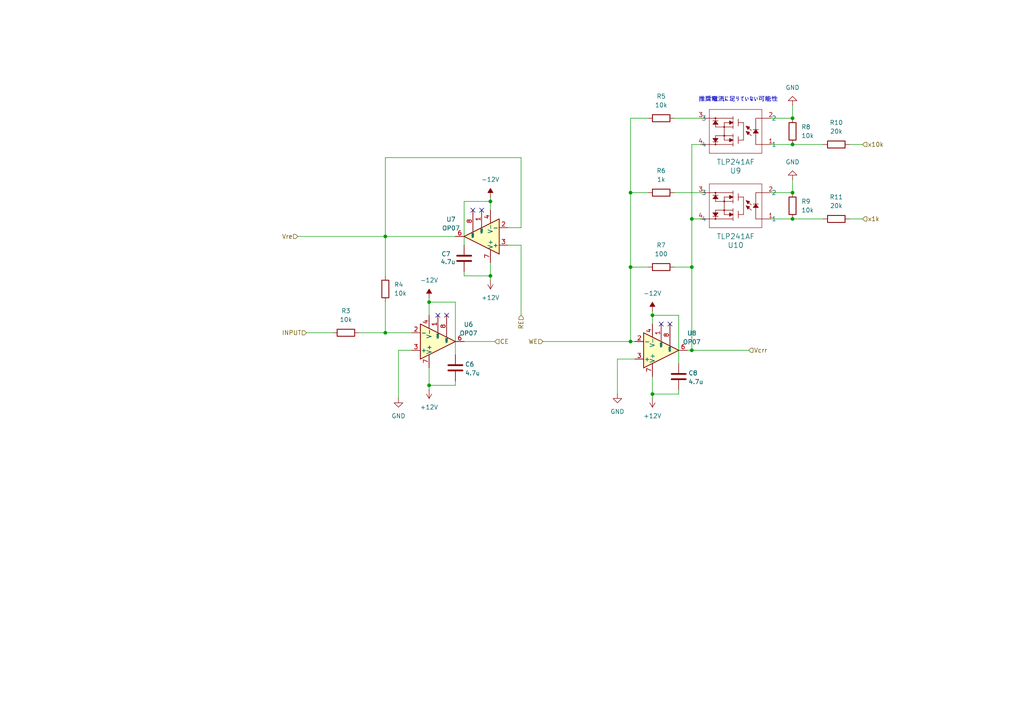
<source format=kicad_sch>
(kicad_sch (version 20250114) (generator "eeschema") (generator_version "9.0")
  (paper "A4")
  (lib_symbols
    (symbol "2025-06-01_06-39-10:TLP241AF" (pin_names (offset 0.254))
      (property "Reference" "U" (at 0 0 0))
      (property "Value" "TLP241AF" (at 0 0 0))
      (symbol "TLP241AF_0_1"
        (polyline (pts (xy -2.54 -2.54) (xy 0 -2.54)))
        (polyline (pts (xy -2.54 -10.16) (xy 0 -10.16)))
        (polyline (pts (xy 0 0) (xy 15.24 0)) (stroke (width 0.127)))
        (polyline (pts (xy 0 -12.7) (xy 0 0)) (stroke (width 0.127)))
        (polyline (pts (xy 1.016 -5.842) (xy 1.016 -5.842) (xy 2.54 -5.842) (xy 1.778 -6.858) (xy 1.016 -5.842)) (fill (type outline)))
        (polyline (pts (xy 1.016 -6.858) (xy 2.54 -6.858)))
        (polyline (pts (xy 1.778 -2.54) (xy 0 -2.54)))
        (polyline (pts (xy 1.778 -2.54) (xy 1.778 -5.842)))
        (polyline (pts (xy 1.778 -10.16) (xy 0 -10.16)))
        (polyline (pts (xy 1.778 -10.16) (xy 1.778 -6.858)))
        (polyline (pts (xy 4.572 -6.35) (xy 3.048 -5.08)))
        (polyline (pts (xy 4.572 -6.35) (xy 4.572 -6.35) (xy 4.064 -5.334) (xy 3.556 -6.096) (xy 4.572 -6.35)) (fill (type outline)))
        (polyline (pts (xy 4.572 -7.874) (xy 3.048 -6.604)))
        (polyline (pts (xy 4.572 -7.874) (xy 4.572 -7.874) (xy 4.064 -6.858) (xy 3.556 -7.62) (xy 4.572 -7.874)) (fill (type outline)))
        (polyline (pts (xy 5.334 -3.81) (xy 5.334 -8.89)))
        (polyline (pts (xy 6.858 -2.794) (xy 6.858 -4.826)))
        (polyline (pts (xy 6.858 -3.81) (xy 5.334 -3.81)))
        (polyline (pts (xy 6.858 -7.874) (xy 6.858 -9.906)))
        (polyline (pts (xy 6.858 -8.89) (xy 5.334 -8.89)))
        (polyline (pts (xy 8.382 -2.032) (xy 8.382 -3.048)))
        (polyline (pts (xy 8.382 -2.54) (xy 15.24 -2.54)))
        (polyline (pts (xy 8.382 -3.302) (xy 8.382 -4.318)))
        (polyline (pts (xy 8.382 -3.81) (xy 8.382 -3.81) (xy 9.398 -3.302) (xy 9.398 -4.318) (xy 8.382 -3.81)) (fill (type outline)))
        (polyline (pts (xy 8.382 -4.572) (xy 8.382 -5.588)))
        (polyline (pts (xy 8.382 -5.08) (xy 13.462 -5.08)))
        (polyline (pts (xy 8.382 -7.112) (xy 8.382 -8.128)))
        (polyline (pts (xy 8.382 -7.62) (xy 13.462 -7.62)))
        (polyline (pts (xy 8.382 -8.382) (xy 8.382 -9.398)))
        (polyline (pts (xy 8.382 -8.89) (xy 8.382 -8.89) (xy 9.398 -8.382) (xy 9.398 -9.398) (xy 8.382 -8.89)) (fill (type outline)))
        (polyline (pts (xy 8.382 -9.652) (xy 8.382 -10.668)))
        (polyline (pts (xy 8.382 -10.16) (xy 15.24 -10.16)))
        (polyline (pts (xy 9.398 -3.81) (xy 10.922 -3.81)))
        (polyline (pts (xy 9.398 -8.89) (xy 10.922 -8.89)))
        (polyline (pts (xy 10.922 -3.81) (xy 10.922 -8.89)))
        (circle (center 10.922 -5.08) (radius 0.127) (stroke (width 0.254)))
        (circle (center 10.922 -7.62) (radius 0.127) (stroke (width 0.254)))
        (polyline (pts (xy 12.7 -3.302) (xy 14.224 -3.302)))
        (polyline (pts (xy 12.7 -8.382) (xy 12.7 -8.382) (xy 14.224 -8.382) (xy 13.462 -9.398) (xy 12.7 -8.382)) (fill (type outline)))
        (polyline (pts (xy 12.7 -9.398) (xy 14.224 -9.398)))
        (polyline (pts (xy 13.462 -2.54) (xy 13.462 -3.302)))
        (circle (center 13.462 -2.54) (radius 0.127) (stroke (width 0.254)))
        (polyline (pts (xy 13.462 -3.302) (xy 13.462 -3.302) (xy 12.7 -4.318) (xy 14.224 -4.318) (xy 13.462 -3.302)) (fill (type outline)))
        (polyline (pts (xy 13.462 -4.318) (xy 13.462 -5.08)))
        (polyline (pts (xy 13.462 -7.62) (xy 13.462 -8.382)))
        (polyline (pts (xy 13.462 -9.398) (xy 13.462 -10.16)))
        (circle (center 13.462 -10.16) (radius 0.127) (stroke (width 0.254)))
        (polyline (pts (xy 15.24 0) (xy 15.24 -12.7)) (stroke (width 0.127)))
        (polyline (pts (xy 15.24 -12.7) (xy 0 -12.7)) (stroke (width 0.127)))
        (polyline (pts (xy 17.78 -2.54) (xy 15.24 -2.54)))
        (polyline (pts (xy 17.78 -10.16) (xy 15.24 -10.16)))
        (pin unspecified line (at -2.54 -2.54 180) (length 0.0254) (name "1") (number "1"))
        (pin unspecified line (at -2.54 -10.16 180) (length 0.0254) (name "2") (number "2"))
        (pin unspecified line (at 17.78 -2.54 180) (length 0.0254) (name "4") (number "4"))
        (pin unspecified line (at 17.78 -10.16 180) (length 0.0254) (name "3") (number "3"))
      )
    )
    (symbol "Amplifier_Operational:OP07" (pin_names (offset 0.127))
      (property "Reference" "U" (at 1.27 6.35 0))
      (property "Value" "OP07" (at 1.27 3.81 0))
      (symbol "OP07_0_1"
        (polyline (pts (xy -5.08 5.08) (xy 5.08 0) (xy -5.08 -5.08) (xy -5.08 5.08)) (stroke (width 0.254)) (fill (type background)))
      )
      (symbol "OP07_1_1"
        (pin input line (at -7.62 2.54 0) (length 2.54) (name "+") (number "3"))
        (pin input line (at -7.62 -2.54 0) (length 2.54) (name "-") (number "2"))
        (pin power_in line (at -2.54 7.62 270) (length 3.81) (name "V+") (number "7"))
        (pin power_in line (at -2.54 -7.62 90) (length 3.81) (name "V-") (number "4"))
        (pin no_connect line (at 0 2.54 270) (length 2.54) (hide yes) (name "NC") (number "5"))
        (pin input line (at 0 -7.62 90) (length 5.08) (name "VOS") (number "1"))
        (pin input line (at 2.54 -7.62 90) (length 6.35) (name "VOS") (number "8"))
        (pin output line (at 7.62 0 180) (length 2.54) (name "~") (number "6"))
      )
    )
    (symbol "Device:C" (pin_numbers (hide yes)) (pin_names (offset 0.254))
      (property "Reference" "C" (at 0.635 2.54 0))
      (property "Value" "C" (at 0.635 -2.54 0))
      (symbol "C_0_1"
        (polyline (pts (xy -2.032 0.762) (xy 2.032 0.762)) (stroke (width 0.508)))
        (polyline (pts (xy -2.032 -0.762) (xy 2.032 -0.762)) (stroke (width 0.508)))
      )
      (symbol "C_1_1"
        (pin passive line (at 0 3.81 270) (length 2.794) (name "~") (number "1"))
        (pin passive line (at 0 -3.81 90) (length 2.794) (name "~") (number "2"))
      )
    )
    (symbol "Device:R" (pin_numbers (hide yes)) (pin_names (offset 0))
      (property "Reference" "R" (at 2.032 0 90))
      (property "Value" "R" (at 0 0 90))
      (symbol "R_0_1"
        (rectangle (start -1.016 -2.54) (end 1.016 2.54) (stroke (width 0.254)))
      )
      (symbol "R_1_1"
        (pin passive line (at 0 3.81 270) (length 1.27) (name "~") (number "1"))
        (pin passive line (at 0 -3.81 90) (length 1.27) (name "~") (number "2"))
      )
    )
    (symbol "GND_1" (power) (pin_numbers (hide yes)) (pin_names (offset 0) (hide yes))
      (property "Value" "GND" (at 0 -3.81 0))
      (symbol "GND_1_0_1"
        (polyline (pts (xy 0 0) (xy 0 -1.27) (xy 1.27 -1.27) (xy 0 -2.54) (xy -1.27 -1.27) (xy 0 -1.27)))
      )
      (symbol "GND_1_1_1"
        (pin power_in line (at 0 0 270) (length 0) (name "~") (number "1"))
      )
    )
    (symbol "power:+12V" (power) (pin_numbers (hide yes)) (pin_names (offset 0) (hide yes))
      (property "Value" "+12V" (at 0 3.556 0))
      (symbol "+12V_0_1"
        (polyline (pts (xy -0.762 1.27) (xy 0 2.54)))
        (polyline (pts (xy 0 2.54) (xy 0.762 1.27)))
        (polyline (pts (xy 0 0) (xy 0 2.54)))
      )
      (symbol "+12V_1_1"
        (pin power_in line (at 0 0 90) (length 0) (name "~") (number "1"))
      )
    )
    (symbol "power:-12V" (power) (pin_numbers (hide yes)) (pin_names (offset 0) (hide yes))
      (property "Value" "-12V" (at 0 3.556 0))
      (symbol "-12V_0_0"
        (pin power_in line (at 0 0 90) (length 0) (name "~") (number "1"))
      )
      (symbol "-12V_0_1"
        (polyline (pts (xy 0 0) (xy 0 1.27) (xy 0.762 1.27) (xy 0 2.54) (xy -0.762 1.27) (xy 0 1.27)) (fill (type outline)))
      )
    )
    (symbol "power:GNDA" (power) (pin_numbers (hide yes)) (pin_names (offset 0) (hide yes))
      (property "Value" "GNDA" (at 0 -3.81 0))
      (symbol "GNDA_0_1"
        (polyline (pts (xy 0 0) (xy 0 -1.27) (xy 1.27 -1.27) (xy 0 -2.54) (xy -1.27 -1.27) (xy 0 -1.27)))
      )
      (symbol "GNDA_1_1"
        (pin power_in line (at 0 0 270) (length 0) (name "~") (number "1"))
      )
    )
  )
  (text "推奨電流に足りていない可能性" (at 214.122 28.956 0) (effects (font (size 1.27 1.27))))
  (junction (at 229.87 55.88))
  (junction (at 124.46 87.63))
  (junction (at 229.87 34.29))
  (junction (at 200.66 63.5))
  (junction (at 111.76 68.58))
  (junction (at 200.66 77.47))
  (junction (at 189.23 114.3))
  (junction (at 200.66 101.6))
  (junction (at 229.87 41.91))
  (junction (at 111.76 96.52))
  (junction (at 189.23 91.44))
  (junction (at 182.88 77.47))
  (junction (at 142.24 80.01))
  (junction (at 182.88 55.88))
  (junction (at 142.24 58.42))
  (junction (at 124.46 111.76))
  (junction (at 229.87 63.5))
  (junction (at 182.88 99.06))
  (no_connect (at 139.7 60.96))
  (no_connect (at 191.77 93.98))
  (no_connect (at 137.16 60.96))
  (no_connect (at 129.54 91.44))
  (no_connect (at 127 91.44))
  (no_connect (at 194.31 93.98))
  (wire (pts (xy 182.88 77.47) (xy 187.96 77.47)))
  (wire (pts (xy 132.08 87.63) (xy 132.08 102.87)))
  (wire (pts (xy 246.38 63.5) (xy 250.19 63.5)))
  (wire (pts (xy 189.23 91.44) (xy 189.23 93.98)))
  (wire (pts (xy 111.76 80.01) (xy 111.76 68.58)))
  (wire (pts (xy 196.85 91.44) (xy 196.85 105.41)))
  (wire (pts (xy 189.23 114.3) (xy 189.23 109.22)))
  (wire (pts (xy 124.46 87.63) (xy 124.46 91.44)))
  (wire (pts (xy 189.23 90.17) (xy 189.23 91.44)))
  (wire (pts (xy 111.76 68.58) (xy 132.08 68.58)))
  (wire (pts (xy 229.87 30.48) (xy 229.87 34.29)))
  (wire (pts (xy 111.76 68.58) (xy 111.76 45.72)))
  (wire (pts (xy 223.52 55.88) (xy 229.87 55.88)))
  (wire (pts (xy 151.13 66.04) (xy 147.32 66.04)))
  (wire (pts (xy 200.66 77.47) (xy 200.66 101.6)))
  (wire (pts (xy 196.85 113.03) (xy 196.85 114.3)))
  (wire (pts (xy 200.66 41.91) (xy 200.66 63.5)))
  (wire (pts (xy 111.76 96.52) (xy 111.76 87.63)))
  (wire (pts (xy 182.88 34.29) (xy 182.88 55.88)))
  (wire (pts (xy 199.39 101.6) (xy 200.66 101.6)))
  (wire (pts (xy 189.23 115.57) (xy 189.23 114.3)))
  (wire (pts (xy 142.24 80.01) (xy 142.24 76.2)))
  (wire (pts (xy 223.52 63.5) (xy 229.87 63.5)))
  (wire (pts (xy 142.24 58.42) (xy 142.24 60.96)))
  (wire (pts (xy 229.87 52.07) (xy 229.87 55.88)))
  (wire (pts (xy 115.57 101.6) (xy 115.57 115.57)))
  (wire (pts (xy 142.24 58.42) (xy 134.62 58.42)))
  (wire (pts (xy 111.76 45.72) (xy 151.13 45.72)))
  (wire (pts (xy 182.88 55.88) (xy 187.96 55.88)))
  (wire (pts (xy 132.08 110.49) (xy 132.08 111.76)))
  (wire (pts (xy 134.62 99.06) (xy 143.51 99.06)))
  (wire (pts (xy 119.38 101.6) (xy 115.57 101.6)))
  (wire (pts (xy 182.88 55.88) (xy 182.88 77.47)))
  (wire (pts (xy 151.13 71.12) (xy 151.13 91.44)))
  (wire (pts (xy 179.07 104.14) (xy 179.07 114.3)))
  (wire (pts (xy 223.52 34.29) (xy 229.87 34.29)))
  (wire (pts (xy 182.88 77.47) (xy 182.88 99.06)))
  (wire (pts (xy 104.14 96.52) (xy 111.76 96.52)))
  (wire (pts (xy 111.76 96.52) (xy 119.38 96.52)))
  (wire (pts (xy 124.46 111.76) (xy 132.08 111.76)))
  (wire (pts (xy 86.36 68.58) (xy 111.76 68.58)))
  (wire (pts (xy 142.24 57.15) (xy 142.24 58.42)))
  (wire (pts (xy 189.23 91.44) (xy 196.85 91.44)))
  (wire (pts (xy 142.24 80.01) (xy 142.24 81.28)))
  (wire (pts (xy 151.13 45.72) (xy 151.13 66.04)))
  (wire (pts (xy 124.46 111.76) (xy 124.46 113.03)))
  (wire (pts (xy 229.87 63.5) (xy 238.76 63.5)))
  (wire (pts (xy 124.46 86.36) (xy 124.46 87.63)))
  (wire (pts (xy 182.88 99.06) (xy 184.15 99.06)))
  (wire (pts (xy 134.62 58.42) (xy 134.62 71.12)))
  (wire (pts (xy 124.46 111.76) (xy 124.46 106.68)))
  (wire (pts (xy 88.9 96.52) (xy 96.52 96.52)))
  (wire (pts (xy 229.87 41.91) (xy 238.76 41.91)))
  (wire (pts (xy 223.52 41.91) (xy 229.87 41.91)))
  (wire (pts (xy 200.66 101.6) (xy 217.17 101.6)))
  (wire (pts (xy 184.15 104.14) (xy 179.07 104.14)))
  (wire (pts (xy 195.58 77.47) (xy 200.66 77.47)))
  (wire (pts (xy 124.46 87.63) (xy 132.08 87.63)))
  (wire (pts (xy 187.96 34.29) (xy 182.88 34.29)))
  (wire (pts (xy 200.66 63.5) (xy 200.66 77.47)))
  (wire (pts (xy 157.48 99.06) (xy 182.88 99.06)))
  (wire (pts (xy 203.2 41.91) (xy 200.66 41.91)))
  (wire (pts (xy 246.38 41.91) (xy 250.19 41.91)))
  (wire (pts (xy 147.32 71.12) (xy 151.13 71.12)))
  (wire (pts (xy 134.62 78.74) (xy 134.62 80.01)))
  (wire (pts (xy 203.2 63.5) (xy 200.66 63.5)))
  (wire (pts (xy 196.85 114.3) (xy 189.23 114.3)))
  (wire (pts (xy 195.58 55.88) (xy 203.2 55.88)))
  (wire (pts (xy 134.62 80.01) (xy 142.24 80.01)))
  (wire (pts (xy 195.58 34.29) (xy 203.2 34.29)))
  (hierarchical_label "CE" (shape input) (at 143.51 99.06 0))
  (hierarchical_label "Vre" (shape input) (at 86.36 68.58 180))
  (hierarchical_label "INPUT" (shape input) (at 88.9 96.52 180))
  (hierarchical_label "Vcrr" (shape input) (at 217.17 101.6 0))
  (hierarchical_label "x10k" (shape input) (at 250.19 41.91 0))
  (hierarchical_label "RE" (shape input) (at 151.13 91.44 270))
  (hierarchical_label "x1k" (shape input) (at 250.19 63.5 0))
  (hierarchical_label "WE" (shape input) (at 157.48 99.06 180))
  (symbol (lib_name "GND_1") (lib_id "power:GND") (at 179.07 114.3 0) (unit 1)
    (property "Reference" "#PWR022" (effects (hide yes)))
    (property "Value" "GND" (at 179.07 119.38 0))
    (property "Description" "Power symbol creates a global label with name \"GND\" , ground" (effects (hide yes)))
    (instances (project "SMU" (path "" (reference "#PWR022") (unit 1)) (path "" (reference "#PWR037") (unit 1))))
  )
  (symbol (lib_name "GND_1") (lib_id "power:GND") (at 229.87 52.07 180) (unit 1)
    (property "Reference" "#PWR026" (effects (hide yes)))
    (property "Value" "GND" (at 229.87 46.99 0))
    (property "Description" "Power symbol creates a global label with name \"GND\" , ground" (effects (hide yes)))
    (instances (project "SMU" (path "" (reference "#PWR026") (unit 1)) (path "" (reference "#PWR041") (unit 1))))
  )
  (symbol (lib_id "power:+12V") (at 189.23 115.57 180) (unit 1)
    (property "Reference" "#PWR024" (effects (hide yes)))
    (property "Value" "+12V" (at 189.23 120.65 0))
    (property "Description" "Power symbol creates a global label with name \"+12V\"" (effects (hide yes)))
    (instances (project "SMU" (path "" (reference "#PWR024") (unit 1)) (path "" (reference "#PWR039") (unit 1))))
  )
  (symbol (lib_id "power:GNDA") (at 115.57 115.57 0) (unit 1)
    (property "Reference" "#PWR017" (effects (hide yes)))
    (property "Value" "GND" (at 115.57 120.65 0))
    (property "Description" "Power symbol creates a global label with name \"GNDA\" , analog ground" (effects (hide yes)))
    (instances (project "SMU" (path "" (reference "#PWR017") (unit 1)) (path "" (reference "#PWR032") (unit 1))))
  )
  (symbol (lib_id "power:-12V") (at 189.23 90.17 0) (unit 1)
    (property "Reference" "#PWR023" (effects (hide yes)))
    (property "Value" "-12V" (at 189.23 85.09 0))
    (property "Description" "Power symbol creates a global label with name \"-12V\"" (effects (hide yes)))
    (instances (project "SMU" (path "" (reference "#PWR023") (unit 1)) (path "" (reference "#PWR038") (unit 1))))
  )
  (symbol (lib_id "Amplifier_Operational:OP07") (at 191.77 101.6 0) (mirror x) (unit 1)
    (property "Reference" "U8" (at 200.66 96.6468 0))
    (property "Value" "OP07" (at 200.66 99.1868 0))
    (property "Footprint" "Package_DIP:DIP-8_W7.62mm" (effects (hide yes)))
    (property "Datasheet" "https://www.analog.com/media/en/technical-documentation/data-sheets/OP07.pdf" (effects (hide yes)))
    (property "Description" "Single Ultra-Low Offset Voltage Operational Amplifier, DIP-8/SOIC-8" (effects (hide yes)))
    (instances (project "SMU" (path "" (reference "U8") (unit 1)) (path "" (reference "U14") (unit 1))))
  )
  (symbol (lib_id "Amplifier_Operational:OP07") (at 139.7 68.58 180) (unit 1)
    (property "Reference" "U7" (at 130.81 63.6268 0))
    (property "Value" "OP07" (at 130.81 66.1668 0))
    (property "Footprint" "Package_DIP:DIP-8_W7.62mm" (effects (hide yes)))
    (property "Datasheet" "https://www.analog.com/media/en/technical-documentation/data-sheets/OP07.pdf" (effects (hide yes)))
    (property "Description" "Single Ultra-Low Offset Voltage Operational Amplifier, DIP-8/SOIC-8" (effects (hide yes)))
    (instances (project "" (path "" (reference "U7") (unit 1)) (path "" (reference "U13") (unit 1))))
  )
  (symbol (lib_id "Device:R") (at 111.76 83.82 0) (unit 1)
    (property "Reference" "R4" (at 114.3 82.55 0) (effects (justify left)))
    (property "Value" "10k" (at 114.3 85.09 0) (effects (justify left)))
    (property "Footprint" "Resistor_SMD:R_0603_1608Metric" (effects (hide yes)))
    (property "Sim.Device" "R" (effects (hide yes)))
    (property "Sim.Type" "=" (effects (hide yes)))
    (property "Sim.Params" "r=10k" (effects (hide yes)))
    (property "Sim.Pins" "1=+ 2=-" (effects (hide yes)))
    (instances (project "SMU" (path "" (reference "R4") (unit 1)) (path "" (reference "R17") (unit 1))))
  )
  (symbol (lib_id "Device:R") (at 100.33 96.52 90) (unit 1)
    (property "Reference" "R3" (at 100.33 90.17 90))
    (property "Value" "10k" (at 100.33 92.71 90))
    (property "Footprint" "Resistor_SMD:R_0603_1608Metric" (effects (hide yes)))
    (property "Sim.Device" "R" (effects (hide yes)))
    (property "Sim.Type" "=" (effects (hide yes)))
    (property "Sim.Params" "r=10k" (effects (hide yes)))
    (property "Sim.Pins" "1=+ 2=-" (effects (hide yes)))
    (instances (project "SMU" (path "" (reference "R3") (unit 1)) (path "" (reference "R16") (unit 1))))
  )
  (symbol (lib_name "GND_1") (lib_id "power:GND") (at 229.87 30.48 180) (unit 1)
    (property "Reference" "#PWR025" (effects (hide yes)))
    (property "Value" "GND" (at 229.87 25.4 0))
    (property "Description" "Power symbol creates a global label with name \"GND\" , ground" (effects (hide yes)))
    (instances (project "SMU" (path "" (reference "#PWR025") (unit 1)) (path "" (reference "#PWR040") (unit 1))))
  )
  (symbol (lib_id "power:-12V") (at 124.46 86.36 0) (unit 1)
    (property "Reference" "#PWR018" (effects (hide yes)))
    (property "Value" "-12V" (at 124.46 81.28 0))
    (property "Description" "Power symbol creates a global label with name \"-12V\"" (effects (hide yes)))
    (instances (project "SMU" (path "" (reference "#PWR018") (unit 1)) (path "" (reference "#PWR033") (unit 1))))
  )
  (symbol (lib_id "Device:R") (at 191.77 77.47 90) (unit 1)
    (property "Reference" "R7" (at 191.77 71.12 90))
    (property "Value" "100" (at 191.77 73.66 90))
    (property "Footprint" "Resistor_SMD:R_0603_1608Metric" (effects (hide yes)))
    (property "Description" "Resistor" (effects (hide yes)))
    (instances (project "" (path "" (reference "R7") (unit 1)) (path "" (reference "R20") (unit 1))))
  )
  (symbol (lib_id "2025-06-01_06-39-10:TLP241AF") (at 220.98 44.45 180) (unit 1)
    (property "Reference" "U9" (at 213.3727 49.53 0) (effects (font (size 1.524 1.524))))
    (property "Value" "TLP241AF" (at 213.3727 46.99 0) (effects (font (size 1.524 1.524))))
    (property "Footprint" "footprints:DIP4_TOS" (effects (hide yes)))
    (property "Datasheet" "TLP241AF" (effects (hide yes)))
    (instances (project "" (path "" (reference "U9") (unit 1)) (path "" (reference "U15") (unit 1))))
  )
  (symbol (lib_id "Device:R") (at 191.77 34.29 90) (unit 1)
    (property "Reference" "R5" (at 191.77 27.94 90))
    (property "Value" "10k" (at 191.77 30.48 90))
    (property "Footprint" "Resistor_SMD:R_0603_1608Metric" (effects (hide yes)))
    (property "Description" "Resistor" (effects (hide yes)))
    (instances (project "" (path "" (reference "R5") (unit 1)) (path "" (reference "R18") (unit 1))))
  )
  (symbol (lib_id "power:+12V") (at 124.46 113.03 180) (unit 1)
    (property "Reference" "#PWR019" (effects (hide yes)))
    (property "Value" "+12V" (at 124.46 118.11 0))
    (property "Description" "Power symbol creates a global label with name \"+12V\"" (effects (hide yes)))
    (instances (project "SMU" (path "" (reference "#PWR019") (unit 1)) (path "" (reference "#PWR034") (unit 1))))
  )
  (symbol (lib_id "power:-12V") (at 142.24 57.15 0) (unit 1)
    (property "Reference" "#PWR020" (effects (hide yes)))
    (property "Value" "-12V" (at 142.24 52.07 0))
    (property "Description" "Power symbol creates a global label with name \"-12V\"" (effects (hide yes)))
    (instances (project "SMU" (path "" (reference "#PWR020") (unit 1)) (path "" (reference "#PWR035") (unit 1))))
  )
  (symbol (lib_id "Device:R") (at 242.57 63.5 90) (unit 1)
    (property "Reference" "R11" (at 242.57 57.15 90))
    (property "Value" "20k" (at 242.57 59.69 90))
    (property "Footprint" "Resistor_SMD:R_0603_1608Metric" (effects (hide yes)))
    (property "Description" "Resistor" (effects (hide yes)))
    (instances (project "" (path "" (reference "R11") (unit 1)) (path "" (reference "R24") (unit 1))))
  )
  (symbol (lib_id "Device:R") (at 229.87 59.69 0) (unit 1)
    (property "Reference" "R9" (at 232.41 58.4199 0) (effects (justify left)))
    (property "Value" "10k" (at 232.41 60.9599 0) (effects (justify left)))
    (property "Footprint" "Resistor_SMD:R_0603_1608Metric" (effects (hide yes)))
    (property "Description" "Resistor" (effects (hide yes)))
    (instances (project "" (path "" (reference "R9") (unit 1)) (path "" (reference "R22") (unit 1))))
  )
  (symbol (lib_id "Device:R") (at 242.57 41.91 270) (unit 1)
    (property "Reference" "R10" (at 242.57 35.56 90))
    (property "Value" "20k" (at 242.57 38.1 90))
    (property "Footprint" "Resistor_SMD:R_0603_1608Metric" (effects (hide yes)))
    (property "Description" "Resistor" (effects (hide yes)))
    (instances (project "" (path "" (reference "R10") (unit 1)) (path "" (reference "R23") (unit 1))))
  )
  (symbol (lib_id "Amplifier_Operational:OP07") (at 127 99.06 0) (mirror x) (unit 1)
    (property "Reference" "U6" (at 135.89 94.1068 0))
    (property "Value" "OP07" (at 135.89 96.6468 0))
    (property "Footprint" "Package_DIP:DIP-8_W7.62mm" (effects (hide yes)))
    (property "Datasheet" "https://www.analog.com/media/en/technical-documentation/data-sheets/OP07.pdf" (effects (hide yes)))
    (property "Description" "Single Ultra-Low Offset Voltage Operational Amplifier, DIP-8/SOIC-8" (effects (hide yes)))
    (instances (project "SMU" (path "" (reference "U6") (unit 1)) (path "" (reference "U12") (unit 1))))
  )
  (symbol (lib_id "Device:C") (at 134.62 74.93 180) (unit 1)
    (property "Reference" "C7" (at 128.016 73.66 0) (effects (justify right)))
    (property "Value" "4.7u" (at 127.762 75.946 0) (effects (justify right)))
    (property "Footprint" "Capacitor_SMD:C_1206_3216Metric" (effects (hide yes)))
    (property "Description" "Unpolarized capacitor" (effects (hide yes)))
    (property "Sim.Device" "C" (effects (hide yes)))
    (property "Sim.Type" "=" (effects (hide yes)))
    (property "Sim.Params" "c=0.1u" (effects (hide yes)))
    (property "Sim.Pins" "1=+ 2=-" (effects (hide yes)))
    (instances (project "SMU" (path "" (reference "C7") (unit 1)) (path "" (reference "C11") (unit 1))))
  )
  (symbol (lib_id "2025-06-01_06-39-10:TLP241AF") (at 220.98 66.04 180) (unit 1)
    (property "Reference" "U10" (at 213.3727 71.12 0) (effects (font (size 1.524 1.524))))
    (property "Value" "TLP241AF" (at 213.3727 68.58 0) (effects (font (size 1.524 1.524))))
    (property "Footprint" "footprints:DIP4_TOS" (effects (hide yes)))
    (property "Datasheet" "TLP241AF" (effects (hide yes)))
    (instances (project "" (path "" (reference "U10") (unit 1)) (path "" (reference "U16") (unit 1))))
  )
  (symbol (lib_id "Device:C") (at 196.85 109.22 180) (unit 1)
    (property "Reference" "C8" (at 199.644 108.204 0) (effects (justify right)))
    (property "Value" "4.7u" (at 199.644 110.744 0) (effects (justify right)))
    (property "Footprint" "Capacitor_SMD:C_1206_3216Metric" (effects (hide yes)))
    (property "Description" "Unpolarized capacitor" (effects (hide yes)))
    (property "Sim.Device" "C" (effects (hide yes)))
    (property "Sim.Type" "=" (effects (hide yes)))
    (property "Sim.Params" "c=0.1u" (effects (hide yes)))
    (property "Sim.Pins" "1=+ 2=-" (effects (hide yes)))
    (instances (project "SMU" (path "" (reference "C8") (unit 1)) (path "" (reference "C12") (unit 1))))
  )
  (symbol (lib_id "Device:R") (at 191.77 55.88 90) (unit 1)
    (property "Reference" "R6" (at 191.77 49.53 90))
    (property "Value" "1k" (at 191.77 52.07 90))
    (property "Footprint" "Resistor_SMD:R_0603_1608Metric" (effects (hide yes)))
    (property "Description" "Resistor" (effects (hide yes)))
    (instances (project "" (path "" (reference "R6") (unit 1)) (path "" (reference "R19") (unit 1))))
  )
  (symbol (lib_id "Device:C") (at 132.08 106.68 180) (unit 1)
    (property "Reference" "C6" (at 134.874 105.664 0) (effects (justify right)))
    (property "Value" "4.7u" (at 134.874 108.204 0) (effects (justify right)))
    (property "Footprint" "Capacitor_SMD:C_1206_3216Metric" (effects (hide yes)))
    (property "Description" "Unpolarized capacitor" (effects (hide yes)))
    (property "Sim.Device" "C" (effects (hide yes)))
    (property "Sim.Type" "=" (effects (hide yes)))
    (property "Sim.Params" "c=0.1u" (effects (hide yes)))
    (property "Sim.Pins" "1=+ 2=-" (effects (hide yes)))
    (instances (project "SMU" (path "" (reference "C6") (unit 1)) (path "" (reference "C10") (unit 1))))
  )
  (symbol (lib_id "Device:R") (at 229.87 38.1 180) (unit 1)
    (property "Reference" "R8" (at 232.41 36.8299 0) (effects (justify right)))
    (property "Value" "10k" (at 232.41 39.3699 0) (effects (justify right)))
    (property "Footprint" "Resistor_SMD:R_0603_1608Metric" (effects (hide yes)))
    (property "Description" "Resistor" (effects (hide yes)))
    (instances (project "" (path "" (reference "R8") (unit 1)) (path "" (reference "R21") (unit 1))))
  )
  (symbol (lib_id "power:+12V") (at 142.24 81.28 180) (unit 1)
    (property "Reference" "#PWR021" (effects (hide yes)))
    (property "Value" "+12V" (at 142.24 86.36 0))
    (property "Description" "Power symbol creates a global label with name \"+12V\"" (effects (hide yes)))
    (instances (project "SMU" (path "" (reference "#PWR021") (unit 1)) (path "" (reference "#PWR036") (unit 1))))
  )
)
</source>
